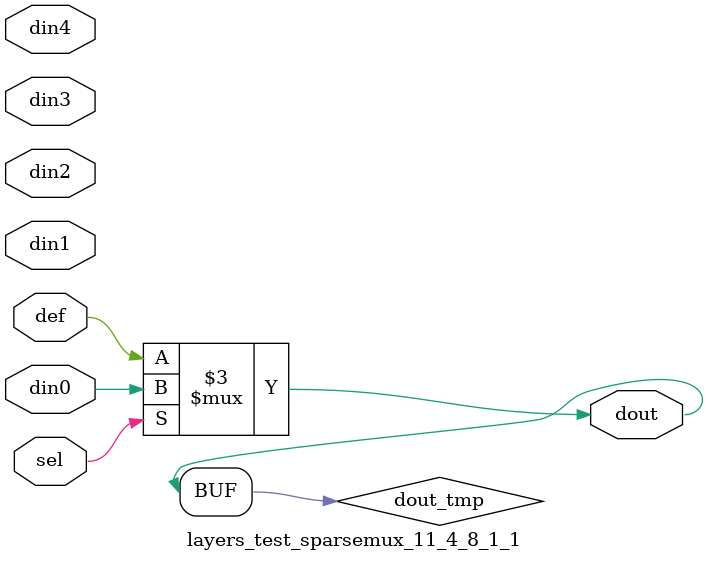
<source format=v>
`timescale 1ns / 1ps

module layers_test_sparsemux_11_4_8_1_1 (din0,din1,din2,din3,din4,def,sel,dout);

parameter din0_WIDTH = 1;

parameter din1_WIDTH = 1;

parameter din2_WIDTH = 1;

parameter din3_WIDTH = 1;

parameter din4_WIDTH = 1;

parameter def_WIDTH = 1;
parameter sel_WIDTH = 1;
parameter dout_WIDTH = 1;

parameter [sel_WIDTH-1:0] CASE0 = 1;

parameter [sel_WIDTH-1:0] CASE1 = 1;

parameter [sel_WIDTH-1:0] CASE2 = 1;

parameter [sel_WIDTH-1:0] CASE3 = 1;

parameter [sel_WIDTH-1:0] CASE4 = 1;

parameter ID = 1;
parameter NUM_STAGE = 1;



input [din0_WIDTH-1:0] din0;

input [din1_WIDTH-1:0] din1;

input [din2_WIDTH-1:0] din2;

input [din3_WIDTH-1:0] din3;

input [din4_WIDTH-1:0] din4;

input [def_WIDTH-1:0] def;
input [sel_WIDTH-1:0] sel;

output [dout_WIDTH-1:0] dout;



reg [dout_WIDTH-1:0] dout_tmp;


always @ (*) begin
(* parallel_case *) case (sel)
    
    CASE0 : dout_tmp = din0;
    
    CASE1 : dout_tmp = din1;
    
    CASE2 : dout_tmp = din2;
    
    CASE3 : dout_tmp = din3;
    
    CASE4 : dout_tmp = din4;
    
    default : dout_tmp = def;
endcase
end


assign dout = dout_tmp;



endmodule

</source>
